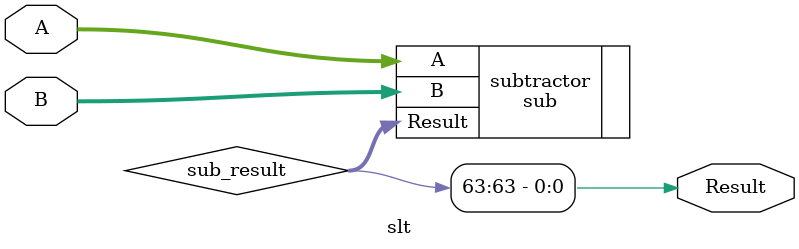
<source format=v>
module slt (
  input [63:0] A, B,         // 64-bit signed inputs
  output Result              // Single-bit output: 1 if A < B, 0 otherwise
);
  wire [63:0] sub_result;    // Result of A - B
  wire Cout;                 // Ignored carry-out from subtraction

  // Perform subtraction: A - B
sub subtractor (
  .A(A),
  .B(B),
  .Result(sub_result)
);

  // Determine the sign of the result
  assign Result = sub_result[63]; // MSB of subtraction result indicates if A < B
endmodule


</source>
